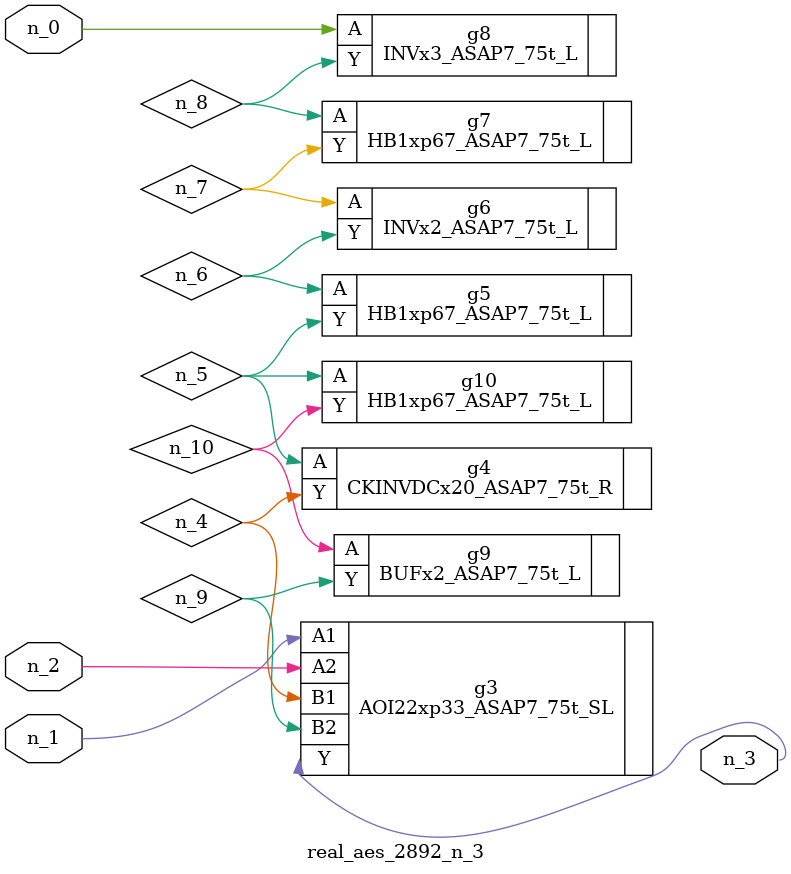
<source format=v>
module real_aes_2892_n_3 (n_0, n_2, n_1, n_3);
input n_0;
input n_2;
input n_1;
output n_3;
wire n_4;
wire n_5;
wire n_7;
wire n_9;
wire n_6;
wire n_8;
wire n_10;
INVx3_ASAP7_75t_L g8 ( .A(n_0), .Y(n_8) );
AOI22xp33_ASAP7_75t_SL g3 ( .A1(n_1), .A2(n_2), .B1(n_4), .B2(n_9), .Y(n_3) );
CKINVDCx20_ASAP7_75t_R g4 ( .A(n_5), .Y(n_4) );
HB1xp67_ASAP7_75t_L g10 ( .A(n_5), .Y(n_10) );
HB1xp67_ASAP7_75t_L g5 ( .A(n_6), .Y(n_5) );
INVx2_ASAP7_75t_L g6 ( .A(n_7), .Y(n_6) );
HB1xp67_ASAP7_75t_L g7 ( .A(n_8), .Y(n_7) );
BUFx2_ASAP7_75t_L g9 ( .A(n_10), .Y(n_9) );
endmodule
</source>
